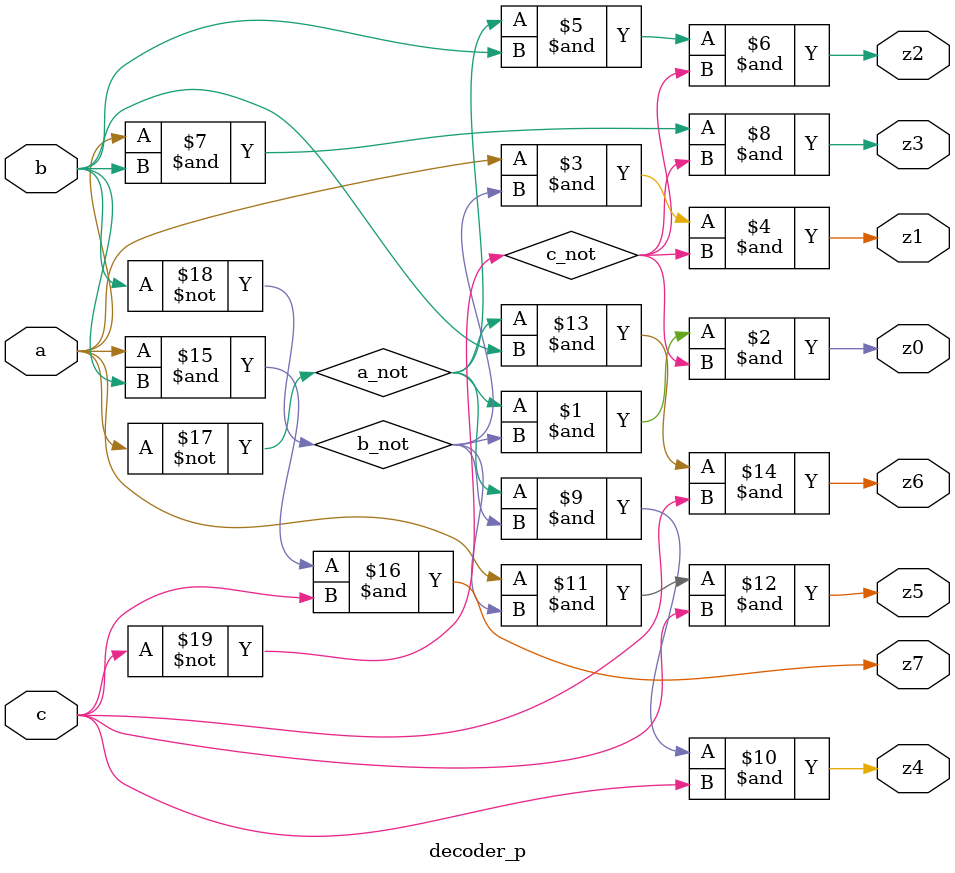
<source format=v>
`timescale 1ns/1ps

module decoder_p(

    input a, b, c,
    output z0, z1, z2, z3, z4, z5, z6, z7

);
    wire a_not, b_not, c_not;

    not U1(a_not, a);
    not U2(b_not, b);
    not U3(c_not, c);

    and U4(z0, a_not, b_not, c_not);
    and U5(z1, a, b_not, c_not);
    and U6(z2, a_not, b, c_not);
    and U7(z3, a, b, c_not);
    and U8(z4, a_not, b_not, c);
    and U9(z5, a, b_not, c);
    and U10(z6, a_not, b, c);
    and U11(z7, a, b, c);

endmodule
</source>
